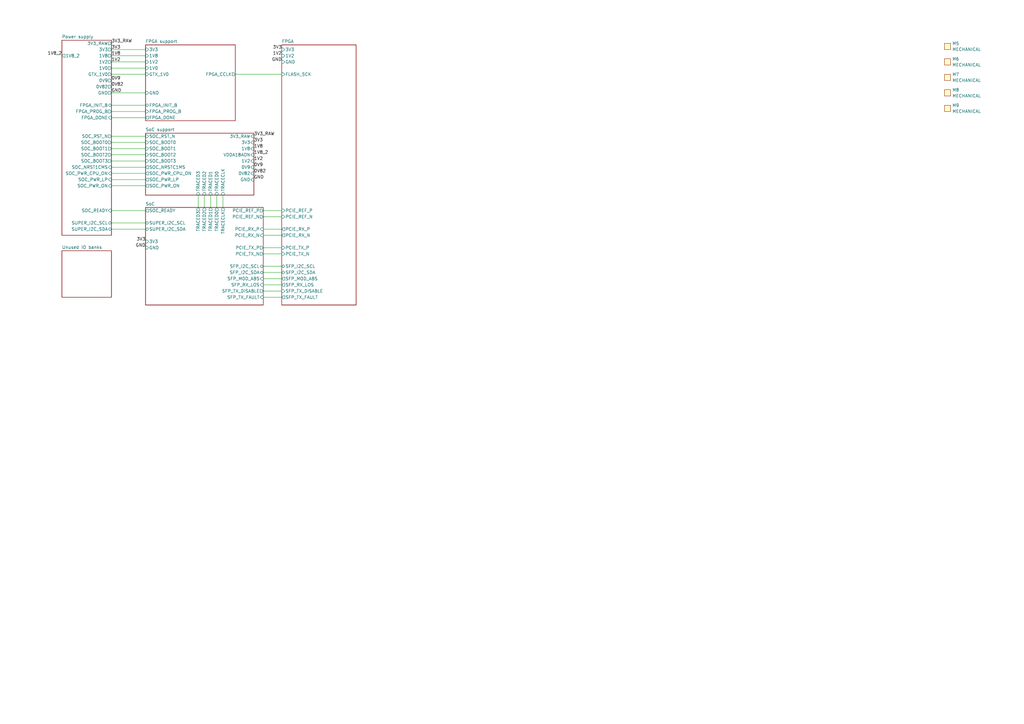
<source format=kicad_sch>
(kicad_sch (version 20250114) (generator "eeschema") (generator_version "9.0")
  (paper "A3")
  (title_block (date "2025-12-19") (rev "0.1"))
  (lib_symbols
    (symbol "special-azonenberg:MECHANICAL" (pin_names (offset 1.016))
      (property "Reference" "M" (at 0 -2.54 0))
      (property "Value" "MECHANICAL" (at 0 -5.08 0))
      (symbol "MECHANICAL_0_1"
        (rectangle (start 0 1.27) (end 2.54 -1.27) (fill (type background)))
      )
    )
  )
  (wire (pts (xy 45.72 63.5) (xy 59.69 63.5)))
  (wire (pts (xy 107.95 93.98) (xy 115.57 93.98)))
  (wire (pts (xy 96.52 30.48) (xy 115.57 30.48)))
  (wire (pts (xy 107.95 104.14) (xy 115.57 104.14)))
  (wire (pts (xy 107.95 111.76) (xy 115.57 111.76)))
  (wire (pts (xy 45.72 43.18) (xy 59.69 43.18)))
  (wire (pts (xy 45.72 30.48) (xy 59.69 30.48)))
  (wire (pts (xy 45.72 71.12) (xy 59.69 71.12)))
  (wire (pts (xy 107.95 114.3) (xy 115.57 114.3)))
  (wire (pts (xy 107.95 116.84) (xy 115.57 116.84)))
  (wire (pts (xy 45.72 86.36) (xy 59.69 86.36)))
  (wire (pts (xy 45.72 45.72) (xy 59.69 45.72)))
  (wire (pts (xy 45.72 58.42) (xy 59.69 58.42)))
  (wire (pts (xy 107.95 88.9) (xy 115.57 88.9)))
  (wire (pts (xy 45.72 55.88) (xy 59.69 55.88)))
  (wire (pts (xy 107.95 119.38) (xy 115.57 119.38)))
  (wire (pts (xy 81.28 80.01) (xy 81.28 85.09)))
  (wire (pts (xy 107.95 96.52) (xy 115.57 96.52)))
  (wire (pts (xy 107.95 101.6) (xy 115.57 101.6)))
  (wire (pts (xy 45.72 76.2) (xy 59.69 76.2)))
  (wire (pts (xy 45.72 27.94) (xy 59.69 27.94)))
  (wire (pts (xy 45.72 91.44) (xy 59.69 91.44)))
  (wire (pts (xy 91.44 80.01) (xy 91.44 85.09)))
  (wire (pts (xy 45.72 93.98) (xy 59.69 93.98)))
  (wire (pts (xy 107.95 121.92) (xy 115.57 121.92)))
  (wire (pts (xy 107.95 109.22) (xy 115.57 109.22)))
  (wire (pts (xy 83.82 80.01) (xy 83.82 85.09)))
  (wire (pts (xy 45.72 68.58) (xy 59.69 68.58)))
  (wire (pts (xy 45.72 73.66) (xy 59.69 73.66)))
  (wire (pts (xy 45.72 20.32) (xy 59.69 20.32)))
  (wire (pts (xy 86.36 80.01) (xy 86.36 85.09)))
  (wire (pts (xy 45.72 48.26) (xy 59.69 48.26)))
  (wire (pts (xy 88.9 80.01) (xy 88.9 85.09)))
  (wire (pts (xy 45.72 22.86) (xy 59.69 22.86)))
  (wire (pts (xy 45.72 60.96) (xy 59.69 60.96)))
  (wire (pts (xy 45.72 38.1) (xy 59.69 38.1)))
  (wire (pts (xy 107.95 86.36) (xy 115.57 86.36)))
  (wire (pts (xy 45.72 25.4) (xy 59.69 25.4)))
  (wire (pts (xy 45.72 66.04) (xy 59.69 66.04)))
  (label "3V3" (at 45.72 20.32 0))
  (label "3V3" (at 59.69 99.06 180))
  (label "3V3" (at 104.14 58.42 0))
  (label "0V9" (at 45.72 33.02 0))
  (label "1V2" (at 104.14 66.04 0))
  (label "1V8_2" (at 25.4 22.86 180))
  (label "1V8" (at 45.72 22.86 0))
  (label "0V82" (at 45.72 35.56 0))
  (label "0V9" (at 104.14 68.58 0))
  (label "1V8" (at 104.14 60.96 0))
  (label "3V3" (at 115.57 20.32 180))
  (label "1V2" (at 115.57 22.86 180))
  (label "1V2" (at 45.72 25.4 0))
  (label "3V3_RAW" (at 104.14 55.88 0))
  (label "3V3_RAW" (at 45.72 17.78 0))
  (label "GND" (at 45.72 38.1 0))
  (label "GND" (at 104.14 73.66 0))
  (label "0V82" (at 104.14 71.12 0))
  (label "GND" (at 59.69 101.6 180))
  (label "GND" (at 115.57 25.4 180))
  (label "1V8_2" (at 104.14 63.5 0))
  (symbol (lib_id "special-azonenberg:MECHANICAL") (at 387.35 44.45 0) (unit 1)
    (property "Reference" "M9" (at 390.525 43.2378 0) (effects (justify left)))
    (property "Value" "MECHANICAL" (at 390.525 45.6621 0) (effects (justify left)))
    (property "Footprint" "w_logo:Logo_silk_WEEE_3.4x5mm" (effects (hide yes)))
  )
  (symbol (lib_id "special-azonenberg:MECHANICAL") (at 387.35 25.4 0) (unit 1)
    (property "Reference" "M6" (at 390.525 24.1878 0) (effects (justify left)))
    (property "Value" "MECHANICAL" (at 390.525 26.6121 0) (effects (justify left)))
    (property "Footprint" "azonenberg_pcb:LOGO_ESD_SENSITIVE_7MM" (effects (hide yes)))
  )
  (symbol (lib_id "special-azonenberg:MECHANICAL") (at 387.35 19.05 0) (unit 1)
    (property "Reference" "M5" (at 390.525 17.8378 0) (effects (justify left)))
    (property "Value" "MECHANICAL" (at 390.525 20.2621 0) (effects (justify left)))
    (property "Footprint" "azonenberg_pcb:LONGTHING-1200DPI" (effects (hide yes)))
  )
  (symbol (lib_id "special-azonenberg:MECHANICAL") (at 387.35 38.1 0) (unit 1)
    (property "Reference" "M8" (at 390.525 36.8878 0) (effects (justify left)))
    (property "Value" "MECHANICAL" (at 390.525 39.3121 0) (effects (justify left)))
    (property "Footprint" "w_logo:Logo_silk_ROHS_5x2.8mm" (effects (hide yes)))
  )
  (symbol (lib_id "special-azonenberg:MECHANICAL") (at 387.35 31.75 0) (unit 1)
    (property "Reference" "M7" (at 390.525 30.5378 0) (effects (justify left)))
    (property "Value" "MECHANICAL" (at 390.525 32.9621 0) (effects (justify left)))
    (property "Footprint" "w_logo:Logo_silk_OSHW_6x6mm" (effects (hide yes)))
  )
  (sheet (at 25.4 16.51) (size 20.32 80.01) (stroke (width 0.1524))
    (property "Sheetname" "Power supply" (at 25.4 15.7984 0) (effects (justify left bottom)))
    (property "Sheetfile" "psu.kicad_sch" (effects (hide yes)))
    (pin "0V9" output (at 45.72 33.02 0))
    (pin "1V0" output (at 45.72 27.94 0))
    (pin "1V2" output (at 45.72 25.4 0))
    (pin "1V8" output (at 45.72 22.86 0))
    (pin "3V3" output (at 45.72 20.32 0))
    (pin "FPGA_INIT_B" bidirectional (at 45.72 43.18 0))
    (pin "FPGA_PROG_B" output (at 45.72 45.72 0))
    (pin "GND" output (at 45.72 38.1 0))
    (pin "GTX_1V0" output (at 45.72 30.48 0))
    (pin "SOC_BOOT0" output (at 45.72 58.42 0))
    (pin "SOC_BOOT1" output (at 45.72 60.96 0))
    (pin "SOC_BOOT2" output (at 45.72 63.5 0))
    (pin "SOC_BOOT3" output (at 45.72 66.04 0))
    (pin "SOC_READY" input (at 45.72 86.36 0))
    (pin "SOC_RST_N" output (at 45.72 55.88 0))
    (pin "SUPER_I2C_SCL" bidirectional (at 45.72 91.44 0))
    (pin "SUPER_I2C_SDA" bidirectional (at 45.72 93.98 0))
    (pin "0V82" output (at 45.72 35.56 0))
    (pin "FPGA_DONE" input (at 45.72 48.26 0))
    (pin "SOC_PWR_CPU_ON" input (at 45.72 71.12 0))
    (pin "SOC_PWR_LP" input (at 45.72 73.66 0))
    (pin "SOC_PWR_ON" input (at 45.72 76.2 0))
    (pin "3V3_RAW" output (at 45.72 17.78 0))
    (pin "SOC_NRST1CMS" input (at 45.72 68.58 0))
    (pin "1V8_2" output (at 25.4 22.86 180))
  )
  (sheet (at 115.57 18.415) (size 30.48 106.68) (stroke (width 0.1524))
    (property "Sheetname" "FPGA" (at 115.57 17.7034 0) (effects (justify left bottom)))
    (property "Sheetfile" "fpga.kicad_sch" (effects (hide yes)))
    (pin "1V2" input (at 115.57 22.86 180))
    (pin "3V3" input (at 115.57 20.32 180))
    (pin "FLASH_SCK" input (at 115.57 30.48 180))
    (pin "GND" input (at 115.57 25.4 180))
    (pin "PCIE_REF_N" input (at 115.57 88.9 180))
    (pin "PCIE_REF_P" input (at 115.57 86.36 180))
    (pin "PCIE_TX_N" input (at 115.57 104.14 180))
    (pin "PCIE_TX_P" input (at 115.57 101.6 180))
    (pin "SFP_I2C_SCL" bidirectional (at 115.57 109.22 180))
    (pin "SFP_I2C_SDA" bidirectional (at 115.57 111.76 180))
    (pin "SFP_MOD_ABS" output (at 115.57 114.3 180))
    (pin "SFP_RX_LOS" output (at 115.57 116.84 180))
    (pin "SFP_TX_DISABLE" input (at 115.57 119.38 180))
    (pin "SFP_TX_FAULT" output (at 115.57 121.92 180))
    (pin "PCIE_RX_N" output (at 115.57 96.52 180))
    (pin "PCIE_RX_P" output (at 115.57 93.98 180))
  )
  (sheet (at 25.4 102.87) (size 20.32 19.05) (stroke (width 0.1524))
    (property "Sheetname" "Unused IO banks" (at 25.4 102.1584 0) (effects (justify left bottom)))
    (property "Sheetfile" "unused-io.kicad_sch" (effects (hide yes)))
  )
  (sheet (at 59.69 54.61) (size 44.45 25.4) (stroke (width 0.1524))
    (property "Sheetname" "SoC support" (at 59.69 53.8984 0) (effects (justify left bottom)))
    (property "Sheetfile" "socsupport.kicad_sch" (effects (hide yes)))
    (pin "SOC_BOOT0" input (at 59.69 58.42 180))
    (pin "SOC_BOOT1" input (at 59.69 60.96 180))
    (pin "SOC_BOOT2" input (at 59.69 63.5 180))
    (pin "SOC_BOOT3" input (at 59.69 66.04 180))
    (pin "SOC_PWR_CPU_ON" output (at 59.69 71.12 180))
    (pin "SOC_PWR_LP" output (at 59.69 73.66 180))
    (pin "SOC_PWR_ON" output (at 59.69 76.2 180))
    (pin "SOC_RST_N" input (at 59.69 55.88 180))
    (pin "0V9" input (at 104.14 68.58 0))
    (pin "0V82" input (at 104.14 71.12 0))
    (pin "1V8" input (at 104.14 60.96 0))
    (pin "3V3" input (at 104.14 58.42 0))
    (pin "3V3_RAW" input (at 104.14 55.88 0))
    (pin "GND" input (at 104.14 73.66 0))
    (pin "1V2" input (at 104.14 66.04 0))
    (pin "SOC_NRSTC1MS" output (at 59.69 68.58 180))
    (pin "TRACECLK" input (at 91.44 80.01 270))
    (pin "TRACED0" input (at 88.9 80.01 270))
    (pin "TRACED1" input (at 86.36 80.01 270))
    (pin "TRACED2" input (at 83.82 80.01 270))
    (pin "TRACED3" input (at 81.28 80.01 270))
    (pin "VDDA18AON" input (at 104.14 63.5 0))
  )
  (sheet (at 59.69 18.415) (size 36.83 31.115) (stroke (width 0.1524))
    (property "Sheetname" "FPGA support" (at 59.69 17.7034 0) (effects (justify left bottom)))
    (property "Sheetfile" "fpgasupport.kicad_sch" (effects (hide yes)))
    (pin "1V0" input (at 59.69 27.94 180))
    (pin "1V2" input (at 59.69 25.4 180))
    (pin "1V8" input (at 59.69 22.86 180))
    (pin "3V3" input (at 59.69 20.32 180))
    (pin "FPGA_DONE" output (at 59.69 48.26 180))
    (pin "FPGA_INIT_B" bidirectional (at 59.69 43.18 180))
    (pin "FPGA_PROG_B" input (at 59.69 45.72 180))
    (pin "GND" input (at 59.69 38.1 180))
    (pin "GTX_1V0" input (at 59.69 30.48 180))
    (pin "FPGA_CCLK" output (at 96.52 30.48 0))
  )
  (sheet (at 59.69 85.09) (size 48.26 40.005) (stroke (width 0.1524))
    (property "Sheetname" "SoC" (at 59.69 84.3784 0) (effects (justify left bottom)))
    (property "Sheetfile" "soc.kicad_sch" (effects (hide yes)))
    (pin "PCIE_REF_N" output (at 107.95 88.9 0))
    (pin "PCIE_REF_P" output (at 107.95 86.36 0))
    (pin "PCIE_RX_N" input (at 107.95 96.52 0))
    (pin "PCIE_RX_P" input (at 107.95 93.98 0))
    (pin "PCIE_TX_N" output (at 107.95 104.14 0))
    (pin "PCIE_TX_P" output (at 107.95 101.6 0))
    (pin "SFP_I2C_SCL" bidirectional (at 107.95 109.22 0))
    (pin "SFP_I2C_SDA" bidirectional (at 107.95 111.76 0))
    (pin "SFP_MOD_ABS" input (at 107.95 114.3 0))
    (pin "SFP_RX_LOS" input (at 107.95 116.84 0))
    (pin "SFP_TX_DISABLE" output (at 107.95 119.38 0))
    (pin "SFP_TX_FAULT" input (at 107.95 121.92 0))
    (pin "SUPER_I2C_SCL" bidirectional (at 59.69 91.44 180))
    (pin "SUPER_I2C_SDA" bidirectional (at 59.69 93.98 180))
    (pin "SOC_READY" output (at 59.69 86.36 180))
    (pin "TRACECLK" output (at 91.44 85.09 90))
    (pin "TRACED0" output (at 88.9 85.09 90))
    (pin "TRACED1" output (at 86.36 85.09 90))
    (pin "TRACED2" output (at 83.82 85.09 90))
    (pin "TRACED3" output (at 81.28 85.09 90))
    (pin "3V3" input (at 59.69 99.06 180))
    (pin "GND" input (at 59.69 101.6 180))
  )
)
</source>
